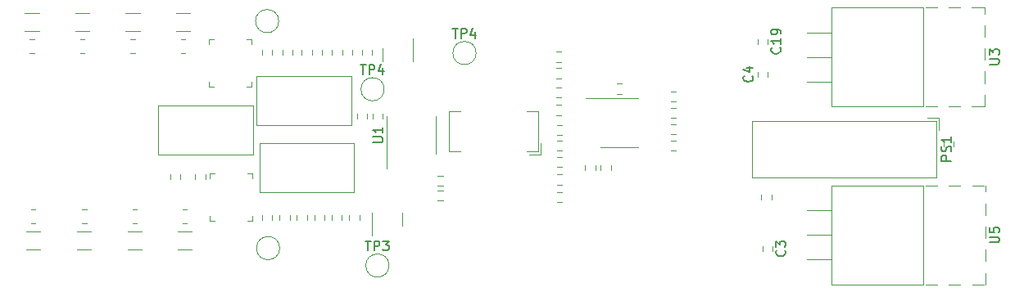
<source format=gbr>
%TF.GenerationSoftware,KiCad,Pcbnew,7.0.10*%
%TF.CreationDate,2024-07-07T01:33:31+02:00*%
%TF.ProjectId,DS100M06V_linear,44533130-304d-4303-9656-5f6c696e6561,rev?*%
%TF.SameCoordinates,Original*%
%TF.FileFunction,Legend,Top*%
%TF.FilePolarity,Positive*%
%FSLAX46Y46*%
G04 Gerber Fmt 4.6, Leading zero omitted, Abs format (unit mm)*
G04 Created by KiCad (PCBNEW 7.0.10) date 2024-07-07 01:33:31*
%MOMM*%
%LPD*%
G01*
G04 APERTURE LIST*
%ADD10C,0.150000*%
%ADD11C,0.120000*%
G04 APERTURE END LIST*
D10*
X192754819Y-116161904D02*
X193564342Y-116161904D01*
X193564342Y-116161904D02*
X193659580Y-116114285D01*
X193659580Y-116114285D02*
X193707200Y-116066666D01*
X193707200Y-116066666D02*
X193754819Y-115971428D01*
X193754819Y-115971428D02*
X193754819Y-115780952D01*
X193754819Y-115780952D02*
X193707200Y-115685714D01*
X193707200Y-115685714D02*
X193659580Y-115638095D01*
X193659580Y-115638095D02*
X193564342Y-115590476D01*
X193564342Y-115590476D02*
X192754819Y-115590476D01*
X192754819Y-115209523D02*
X192754819Y-114590476D01*
X192754819Y-114590476D02*
X193135771Y-114923809D01*
X193135771Y-114923809D02*
X193135771Y-114780952D01*
X193135771Y-114780952D02*
X193183390Y-114685714D01*
X193183390Y-114685714D02*
X193231009Y-114638095D01*
X193231009Y-114638095D02*
X193326247Y-114590476D01*
X193326247Y-114590476D02*
X193564342Y-114590476D01*
X193564342Y-114590476D02*
X193659580Y-114638095D01*
X193659580Y-114638095D02*
X193707200Y-114685714D01*
X193707200Y-114685714D02*
X193754819Y-114780952D01*
X193754819Y-114780952D02*
X193754819Y-115066666D01*
X193754819Y-115066666D02*
X193707200Y-115161904D01*
X193707200Y-115161904D02*
X193659580Y-115209523D01*
X188794819Y-126164285D02*
X187794819Y-126164285D01*
X187794819Y-126164285D02*
X187794819Y-125783333D01*
X187794819Y-125783333D02*
X187842438Y-125688095D01*
X187842438Y-125688095D02*
X187890057Y-125640476D01*
X187890057Y-125640476D02*
X187985295Y-125592857D01*
X187985295Y-125592857D02*
X188128152Y-125592857D01*
X188128152Y-125592857D02*
X188223390Y-125640476D01*
X188223390Y-125640476D02*
X188271009Y-125688095D01*
X188271009Y-125688095D02*
X188318628Y-125783333D01*
X188318628Y-125783333D02*
X188318628Y-126164285D01*
X188747200Y-125211904D02*
X188794819Y-125069047D01*
X188794819Y-125069047D02*
X188794819Y-124830952D01*
X188794819Y-124830952D02*
X188747200Y-124735714D01*
X188747200Y-124735714D02*
X188699580Y-124688095D01*
X188699580Y-124688095D02*
X188604342Y-124640476D01*
X188604342Y-124640476D02*
X188509104Y-124640476D01*
X188509104Y-124640476D02*
X188413866Y-124688095D01*
X188413866Y-124688095D02*
X188366247Y-124735714D01*
X188366247Y-124735714D02*
X188318628Y-124830952D01*
X188318628Y-124830952D02*
X188271009Y-125021428D01*
X188271009Y-125021428D02*
X188223390Y-125116666D01*
X188223390Y-125116666D02*
X188175771Y-125164285D01*
X188175771Y-125164285D02*
X188080533Y-125211904D01*
X188080533Y-125211904D02*
X187985295Y-125211904D01*
X187985295Y-125211904D02*
X187890057Y-125164285D01*
X187890057Y-125164285D02*
X187842438Y-125116666D01*
X187842438Y-125116666D02*
X187794819Y-125021428D01*
X187794819Y-125021428D02*
X187794819Y-124783333D01*
X187794819Y-124783333D02*
X187842438Y-124640476D01*
X188794819Y-123688095D02*
X188794819Y-124259523D01*
X188794819Y-123973809D02*
X187794819Y-123973809D01*
X187794819Y-123973809D02*
X187937676Y-124069047D01*
X187937676Y-124069047D02*
X188032914Y-124164285D01*
X188032914Y-124164285D02*
X188080533Y-124259523D01*
X127738095Y-116206819D02*
X128309523Y-116206819D01*
X128023809Y-117206819D02*
X128023809Y-116206819D01*
X128642857Y-117206819D02*
X128642857Y-116206819D01*
X128642857Y-116206819D02*
X129023809Y-116206819D01*
X129023809Y-116206819D02*
X129119047Y-116254438D01*
X129119047Y-116254438D02*
X129166666Y-116302057D01*
X129166666Y-116302057D02*
X129214285Y-116397295D01*
X129214285Y-116397295D02*
X129214285Y-116540152D01*
X129214285Y-116540152D02*
X129166666Y-116635390D01*
X129166666Y-116635390D02*
X129119047Y-116683009D01*
X129119047Y-116683009D02*
X129023809Y-116730628D01*
X129023809Y-116730628D02*
X128642857Y-116730628D01*
X130071428Y-116540152D02*
X130071428Y-117206819D01*
X129833333Y-116159200D02*
X129595238Y-116873485D01*
X129595238Y-116873485D02*
X130214285Y-116873485D01*
X168229580Y-117366666D02*
X168277200Y-117414285D01*
X168277200Y-117414285D02*
X168324819Y-117557142D01*
X168324819Y-117557142D02*
X168324819Y-117652380D01*
X168324819Y-117652380D02*
X168277200Y-117795237D01*
X168277200Y-117795237D02*
X168181961Y-117890475D01*
X168181961Y-117890475D02*
X168086723Y-117938094D01*
X168086723Y-117938094D02*
X167896247Y-117985713D01*
X167896247Y-117985713D02*
X167753390Y-117985713D01*
X167753390Y-117985713D02*
X167562914Y-117938094D01*
X167562914Y-117938094D02*
X167467676Y-117890475D01*
X167467676Y-117890475D02*
X167372438Y-117795237D01*
X167372438Y-117795237D02*
X167324819Y-117652380D01*
X167324819Y-117652380D02*
X167324819Y-117557142D01*
X167324819Y-117557142D02*
X167372438Y-117414285D01*
X167372438Y-117414285D02*
X167420057Y-117366666D01*
X167658152Y-116509523D02*
X168324819Y-116509523D01*
X167277200Y-116747618D02*
X167991485Y-116985713D01*
X167991485Y-116985713D02*
X167991485Y-116366666D01*
X128238095Y-134456819D02*
X128809523Y-134456819D01*
X128523809Y-135456819D02*
X128523809Y-134456819D01*
X129142857Y-135456819D02*
X129142857Y-134456819D01*
X129142857Y-134456819D02*
X129523809Y-134456819D01*
X129523809Y-134456819D02*
X129619047Y-134504438D01*
X129619047Y-134504438D02*
X129666666Y-134552057D01*
X129666666Y-134552057D02*
X129714285Y-134647295D01*
X129714285Y-134647295D02*
X129714285Y-134790152D01*
X129714285Y-134790152D02*
X129666666Y-134885390D01*
X129666666Y-134885390D02*
X129619047Y-134933009D01*
X129619047Y-134933009D02*
X129523809Y-134980628D01*
X129523809Y-134980628D02*
X129142857Y-134980628D01*
X130047619Y-134456819D02*
X130666666Y-134456819D01*
X130666666Y-134456819D02*
X130333333Y-134837771D01*
X130333333Y-134837771D02*
X130476190Y-134837771D01*
X130476190Y-134837771D02*
X130571428Y-134885390D01*
X130571428Y-134885390D02*
X130619047Y-134933009D01*
X130619047Y-134933009D02*
X130666666Y-135028247D01*
X130666666Y-135028247D02*
X130666666Y-135266342D01*
X130666666Y-135266342D02*
X130619047Y-135361580D01*
X130619047Y-135361580D02*
X130571428Y-135409200D01*
X130571428Y-135409200D02*
X130476190Y-135456819D01*
X130476190Y-135456819D02*
X130190476Y-135456819D01*
X130190476Y-135456819D02*
X130095238Y-135409200D01*
X130095238Y-135409200D02*
X130047619Y-135361580D01*
X171589580Y-135416666D02*
X171637200Y-135464285D01*
X171637200Y-135464285D02*
X171684819Y-135607142D01*
X171684819Y-135607142D02*
X171684819Y-135702380D01*
X171684819Y-135702380D02*
X171637200Y-135845237D01*
X171637200Y-135845237D02*
X171541961Y-135940475D01*
X171541961Y-135940475D02*
X171446723Y-135988094D01*
X171446723Y-135988094D02*
X171256247Y-136035713D01*
X171256247Y-136035713D02*
X171113390Y-136035713D01*
X171113390Y-136035713D02*
X170922914Y-135988094D01*
X170922914Y-135988094D02*
X170827676Y-135940475D01*
X170827676Y-135940475D02*
X170732438Y-135845237D01*
X170732438Y-135845237D02*
X170684819Y-135702380D01*
X170684819Y-135702380D02*
X170684819Y-135607142D01*
X170684819Y-135607142D02*
X170732438Y-135464285D01*
X170732438Y-135464285D02*
X170780057Y-135416666D01*
X170684819Y-135083332D02*
X170684819Y-134464285D01*
X170684819Y-134464285D02*
X171065771Y-134797618D01*
X171065771Y-134797618D02*
X171065771Y-134654761D01*
X171065771Y-134654761D02*
X171113390Y-134559523D01*
X171113390Y-134559523D02*
X171161009Y-134511904D01*
X171161009Y-134511904D02*
X171256247Y-134464285D01*
X171256247Y-134464285D02*
X171494342Y-134464285D01*
X171494342Y-134464285D02*
X171589580Y-134511904D01*
X171589580Y-134511904D02*
X171637200Y-134559523D01*
X171637200Y-134559523D02*
X171684819Y-134654761D01*
X171684819Y-134654761D02*
X171684819Y-134940475D01*
X171684819Y-134940475D02*
X171637200Y-135035713D01*
X171637200Y-135035713D02*
X171589580Y-135083332D01*
X129054819Y-124261904D02*
X129864342Y-124261904D01*
X129864342Y-124261904D02*
X129959580Y-124214285D01*
X129959580Y-124214285D02*
X130007200Y-124166666D01*
X130007200Y-124166666D02*
X130054819Y-124071428D01*
X130054819Y-124071428D02*
X130054819Y-123880952D01*
X130054819Y-123880952D02*
X130007200Y-123785714D01*
X130007200Y-123785714D02*
X129959580Y-123738095D01*
X129959580Y-123738095D02*
X129864342Y-123690476D01*
X129864342Y-123690476D02*
X129054819Y-123690476D01*
X130054819Y-122690476D02*
X130054819Y-123261904D01*
X130054819Y-122976190D02*
X129054819Y-122976190D01*
X129054819Y-122976190D02*
X129197676Y-123071428D01*
X129197676Y-123071428D02*
X129292914Y-123166666D01*
X129292914Y-123166666D02*
X129340533Y-123261904D01*
X137238095Y-112456819D02*
X137809523Y-112456819D01*
X137523809Y-113456819D02*
X137523809Y-112456819D01*
X138142857Y-113456819D02*
X138142857Y-112456819D01*
X138142857Y-112456819D02*
X138523809Y-112456819D01*
X138523809Y-112456819D02*
X138619047Y-112504438D01*
X138619047Y-112504438D02*
X138666666Y-112552057D01*
X138666666Y-112552057D02*
X138714285Y-112647295D01*
X138714285Y-112647295D02*
X138714285Y-112790152D01*
X138714285Y-112790152D02*
X138666666Y-112885390D01*
X138666666Y-112885390D02*
X138619047Y-112933009D01*
X138619047Y-112933009D02*
X138523809Y-112980628D01*
X138523809Y-112980628D02*
X138142857Y-112980628D01*
X139571428Y-112790152D02*
X139571428Y-113456819D01*
X139333333Y-112409200D02*
X139095238Y-113123485D01*
X139095238Y-113123485D02*
X139714285Y-113123485D01*
X192774819Y-134601904D02*
X193584342Y-134601904D01*
X193584342Y-134601904D02*
X193679580Y-134554285D01*
X193679580Y-134554285D02*
X193727200Y-134506666D01*
X193727200Y-134506666D02*
X193774819Y-134411428D01*
X193774819Y-134411428D02*
X193774819Y-134220952D01*
X193774819Y-134220952D02*
X193727200Y-134125714D01*
X193727200Y-134125714D02*
X193679580Y-134078095D01*
X193679580Y-134078095D02*
X193584342Y-134030476D01*
X193584342Y-134030476D02*
X192774819Y-134030476D01*
X192774819Y-133078095D02*
X192774819Y-133554285D01*
X192774819Y-133554285D02*
X193251009Y-133601904D01*
X193251009Y-133601904D02*
X193203390Y-133554285D01*
X193203390Y-133554285D02*
X193155771Y-133459047D01*
X193155771Y-133459047D02*
X193155771Y-133220952D01*
X193155771Y-133220952D02*
X193203390Y-133125714D01*
X193203390Y-133125714D02*
X193251009Y-133078095D01*
X193251009Y-133078095D02*
X193346247Y-133030476D01*
X193346247Y-133030476D02*
X193584342Y-133030476D01*
X193584342Y-133030476D02*
X193679580Y-133078095D01*
X193679580Y-133078095D02*
X193727200Y-133125714D01*
X193727200Y-133125714D02*
X193774819Y-133220952D01*
X193774819Y-133220952D02*
X193774819Y-133459047D01*
X193774819Y-133459047D02*
X193727200Y-133554285D01*
X193727200Y-133554285D02*
X193679580Y-133601904D01*
X171089580Y-114442857D02*
X171137200Y-114490476D01*
X171137200Y-114490476D02*
X171184819Y-114633333D01*
X171184819Y-114633333D02*
X171184819Y-114728571D01*
X171184819Y-114728571D02*
X171137200Y-114871428D01*
X171137200Y-114871428D02*
X171041961Y-114966666D01*
X171041961Y-114966666D02*
X170946723Y-115014285D01*
X170946723Y-115014285D02*
X170756247Y-115061904D01*
X170756247Y-115061904D02*
X170613390Y-115061904D01*
X170613390Y-115061904D02*
X170422914Y-115014285D01*
X170422914Y-115014285D02*
X170327676Y-114966666D01*
X170327676Y-114966666D02*
X170232438Y-114871428D01*
X170232438Y-114871428D02*
X170184819Y-114728571D01*
X170184819Y-114728571D02*
X170184819Y-114633333D01*
X170184819Y-114633333D02*
X170232438Y-114490476D01*
X170232438Y-114490476D02*
X170280057Y-114442857D01*
X171184819Y-113490476D02*
X171184819Y-114061904D01*
X171184819Y-113776190D02*
X170184819Y-113776190D01*
X170184819Y-113776190D02*
X170327676Y-113871428D01*
X170327676Y-113871428D02*
X170422914Y-113966666D01*
X170422914Y-113966666D02*
X170470533Y-114061904D01*
X171184819Y-113014285D02*
X171184819Y-112823809D01*
X171184819Y-112823809D02*
X171137200Y-112728571D01*
X171137200Y-112728571D02*
X171089580Y-112680952D01*
X171089580Y-112680952D02*
X170946723Y-112585714D01*
X170946723Y-112585714D02*
X170756247Y-112538095D01*
X170756247Y-112538095D02*
X170375295Y-112538095D01*
X170375295Y-112538095D02*
X170280057Y-112585714D01*
X170280057Y-112585714D02*
X170232438Y-112633333D01*
X170232438Y-112633333D02*
X170184819Y-112728571D01*
X170184819Y-112728571D02*
X170184819Y-112919047D01*
X170184819Y-112919047D02*
X170232438Y-113014285D01*
X170232438Y-113014285D02*
X170280057Y-113061904D01*
X170280057Y-113061904D02*
X170375295Y-113109523D01*
X170375295Y-113109523D02*
X170613390Y-113109523D01*
X170613390Y-113109523D02*
X170708628Y-113061904D01*
X170708628Y-113061904D02*
X170756247Y-113014285D01*
X170756247Y-113014285D02*
X170803866Y-112919047D01*
X170803866Y-112919047D02*
X170803866Y-112728571D01*
X170803866Y-112728571D02*
X170756247Y-112633333D01*
X170756247Y-112633333D02*
X170708628Y-112585714D01*
X170708628Y-112585714D02*
X170613390Y-112538095D01*
D11*
%TO.C,R14*%
X148554724Y-125122500D02*
X148045276Y-125122500D01*
X148554724Y-124077500D02*
X148045276Y-124077500D01*
%TO.C,R51*%
X127622500Y-131745276D02*
X127622500Y-132254724D01*
X126577500Y-131745276D02*
X126577500Y-132254724D01*
%TO.C,R13*%
X148454724Y-119622500D02*
X147945276Y-119622500D01*
X148454724Y-118577500D02*
X147945276Y-118577500D01*
%TO.C,C39*%
X94127064Y-132635000D02*
X93672936Y-132635000D01*
X94127064Y-131165000D02*
X93672936Y-131165000D01*
%TO.C,C16*%
X112100000Y-118450000D02*
X112600000Y-118450000D01*
X112100000Y-118450000D02*
X112100000Y-117950000D01*
X116500000Y-118450000D02*
X116000000Y-118450000D01*
X116500000Y-118450000D02*
X116500000Y-117950000D01*
X112100000Y-113550000D02*
X112100000Y-114050000D01*
X112100000Y-113550000D02*
X112600000Y-113550000D01*
X116500000Y-113550000D02*
X116500000Y-114050000D01*
X116500000Y-113550000D02*
X116000000Y-113550000D01*
%TO.C,U4*%
X154500000Y-119640000D02*
X151050000Y-119640000D01*
X154500000Y-119640000D02*
X156450000Y-119640000D01*
X154500000Y-124760000D02*
X152550000Y-124760000D01*
X154500000Y-124760000D02*
X156450000Y-124760000D01*
%TO.C,U3*%
X176410000Y-120520000D02*
X185900000Y-120520000D01*
X176410000Y-120520000D02*
X176410000Y-110280000D01*
X185900000Y-120520000D02*
X185900000Y-110280000D01*
X186140000Y-120520000D02*
X187340000Y-120520000D01*
X188540000Y-120520000D02*
X189740000Y-120520000D01*
X190940000Y-120520000D02*
X192140000Y-120520000D01*
X192300000Y-120520000D02*
X192300000Y-119320000D01*
X192300000Y-118121000D02*
X192300000Y-116920000D01*
X173870000Y-117940000D02*
X176410000Y-117940000D01*
X192300000Y-115720000D02*
X192300000Y-114520000D01*
X173870000Y-115400000D02*
X176410000Y-115400000D01*
X192300000Y-113320000D02*
X192300000Y-112120000D01*
X173870000Y-112860000D02*
X176410000Y-112860000D01*
X192300000Y-110920000D02*
X192300000Y-110280000D01*
X176410000Y-110280000D02*
X185900000Y-110280000D01*
X186140000Y-110280000D02*
X187340000Y-110280000D01*
X188540000Y-110280000D02*
X189740000Y-110280000D01*
X190940000Y-110280000D02*
X192140000Y-110280000D01*
%TO.C,C34*%
X127377500Y-121754724D02*
X127377500Y-121245276D01*
X128422500Y-121754724D02*
X128422500Y-121245276D01*
%TO.C,RV2*%
X127075000Y-129430000D02*
X127075000Y-124360000D01*
X127075000Y-129430000D02*
X117305000Y-129430000D01*
X127075000Y-124360000D02*
X117305000Y-124360000D01*
X117305000Y-129430000D02*
X117305000Y-124360000D01*
%TO.C,R35*%
X159845276Y-124077500D02*
X160354724Y-124077500D01*
X159845276Y-125122500D02*
X160354724Y-125122500D01*
%TO.C,C5*%
X124022500Y-131745276D02*
X124022500Y-132254724D01*
X122977500Y-131745276D02*
X122977500Y-132254724D01*
%TO.C,R19*%
X148454724Y-117622500D02*
X147945276Y-117622500D01*
X148454724Y-116577500D02*
X147945276Y-116577500D01*
%TO.C,C24*%
X122222500Y-131745276D02*
X122222500Y-132254724D01*
X121177500Y-131745276D02*
X121177500Y-132254724D01*
%TO.C,PS1*%
X187550000Y-121740000D02*
X186300000Y-121740000D01*
X187250000Y-122040000D02*
X168230000Y-122040000D01*
X168230000Y-122040000D02*
X168230000Y-127850000D01*
X187550000Y-122990000D02*
X187550000Y-121740000D01*
X187250000Y-127850000D02*
X187250000Y-122040000D01*
X168230000Y-127850000D02*
X187250000Y-127850000D01*
%TO.C,TP4*%
X130200000Y-118750000D02*
G75*
G03*
X127800000Y-118750000I-1200000J0D01*
G01*
X127800000Y-118750000D02*
G75*
G03*
X130200000Y-118750000I1200000J0D01*
G01*
%TO.C,TP2*%
X119300000Y-111700000D02*
G75*
G03*
X116900000Y-111700000I-1200000J0D01*
G01*
X116900000Y-111700000D02*
G75*
G03*
X119300000Y-111700000I1200000J0D01*
G01*
%TO.C,C18*%
X136254724Y-130272500D02*
X135745276Y-130272500D01*
X136254724Y-129227500D02*
X135745276Y-129227500D01*
%TO.C,C37*%
X160354724Y-121722500D02*
X159845276Y-121722500D01*
X160354724Y-120677500D02*
X159845276Y-120677500D01*
%TO.C,R11*%
X108672936Y-110890000D02*
X110127064Y-110890000D01*
X108672936Y-112710000D02*
X110127064Y-112710000D01*
%TO.C,C4*%
X168777500Y-117454724D02*
X168777500Y-116945276D01*
X169822500Y-117454724D02*
X169822500Y-116945276D01*
%TO.C,R8*%
X93072936Y-110890000D02*
X94527064Y-110890000D01*
X93072936Y-112710000D02*
X94527064Y-112710000D01*
%TO.C,C6*%
X120422500Y-131745276D02*
X120422500Y-132254724D01*
X119377500Y-131745276D02*
X119377500Y-132254724D01*
%TO.C,D2*%
X128940000Y-132200000D02*
X128940000Y-133875000D01*
X128940000Y-132200000D02*
X128940000Y-131550000D01*
X132060000Y-132200000D02*
X132060000Y-132850000D01*
X132060000Y-132200000D02*
X132060000Y-131550000D01*
%TO.C,R21*%
X148045276Y-125777500D02*
X148554724Y-125777500D01*
X148045276Y-126822500D02*
X148554724Y-126822500D01*
%TO.C,D3*%
X133160000Y-115200000D02*
X133160000Y-113525000D01*
X133160000Y-115200000D02*
X133160000Y-115850000D01*
X130040000Y-115200000D02*
X130040000Y-114550000D01*
X130040000Y-115200000D02*
X130040000Y-115850000D01*
%TO.C,C15*%
X117577500Y-115154724D02*
X117577500Y-114645276D01*
X118622500Y-115154724D02*
X118622500Y-114645276D01*
%TO.C,C2*%
X169177500Y-130167224D02*
X169177500Y-129657776D01*
X170222500Y-130167224D02*
X170222500Y-129657776D01*
%TO.C,R18*%
X154245276Y-118177500D02*
X154754724Y-118177500D01*
X154245276Y-119222500D02*
X154754724Y-119222500D01*
%TO.C,C42*%
X109827064Y-132635000D02*
X109372936Y-132635000D01*
X109827064Y-131165000D02*
X109372936Y-131165000D01*
%TO.C,TP3*%
X130700000Y-137000000D02*
G75*
G03*
X128300000Y-137000000I-1200000J0D01*
G01*
X128300000Y-137000000D02*
G75*
G03*
X130700000Y-137000000I1200000J0D01*
G01*
%TO.C,R9*%
X98272936Y-110890000D02*
X99727064Y-110890000D01*
X98272936Y-112710000D02*
X99727064Y-112710000D01*
%TO.C,C3*%
X170322500Y-134995276D02*
X170322500Y-135504724D01*
X169277500Y-134995276D02*
X169277500Y-135504724D01*
%TO.C,R12*%
X125877500Y-115154724D02*
X125877500Y-114645276D01*
X126922500Y-115154724D02*
X126922500Y-114645276D01*
%TO.C,C21*%
X160354724Y-120022500D02*
X159845276Y-120022500D01*
X160354724Y-118977500D02*
X159845276Y-118977500D01*
%TO.C,R1*%
X98472936Y-133490000D02*
X99927064Y-133490000D01*
X98472936Y-135310000D02*
X99927064Y-135310000D01*
%TO.C,R16*%
X148045276Y-122477500D02*
X148554724Y-122477500D01*
X148045276Y-123522500D02*
X148554724Y-123522500D01*
%TO.C,C10*%
X99227064Y-115035000D02*
X98772936Y-115035000D01*
X99227064Y-113565000D02*
X98772936Y-113565000D01*
%TO.C,SW1*%
X146407500Y-125500000D02*
X146407500Y-124300000D01*
X146107500Y-125200000D02*
X146107500Y-121000000D01*
X146107500Y-121000000D02*
X144907500Y-121000000D01*
X145207500Y-125500000D02*
X146407500Y-125500000D01*
X144907500Y-125200000D02*
X146107500Y-125200000D01*
X138107500Y-125200000D02*
X136907500Y-125200000D01*
X136907500Y-125200000D02*
X136907500Y-121000000D01*
X136907500Y-121000000D02*
X138107500Y-121000000D01*
%TO.C,C23*%
X123777500Y-115154724D02*
X123777500Y-114645276D01*
X124822500Y-115154724D02*
X124822500Y-114645276D01*
%TO.C,R2*%
X103672936Y-133490000D02*
X105127064Y-133490000D01*
X103672936Y-135310000D02*
X105127064Y-135310000D01*
%TO.C,RV3*%
X126775000Y-122430000D02*
X126775000Y-117360000D01*
X126775000Y-122430000D02*
X117005000Y-122430000D01*
X126775000Y-117360000D02*
X117005000Y-117360000D01*
X117005000Y-122430000D02*
X117005000Y-117360000D01*
%TO.C,TP1*%
X119400000Y-135200000D02*
G75*
G03*
X117000000Y-135200000I-1200000J0D01*
G01*
X117000000Y-135200000D02*
G75*
G03*
X119400000Y-135200000I1200000J0D01*
G01*
%TO.C,C14*%
X119677500Y-115154724D02*
X119677500Y-114645276D01*
X120722500Y-115154724D02*
X120722500Y-114645276D01*
%TO.C,C1*%
X188027500Y-124654724D02*
X188027500Y-124145276D01*
X189072500Y-124654724D02*
X189072500Y-124145276D01*
%TO.C,R20*%
X148045276Y-127577500D02*
X148554724Y-127577500D01*
X148045276Y-128622500D02*
X148554724Y-128622500D01*
%TO.C,C8*%
X112200000Y-132350000D02*
X112700000Y-132350000D01*
X112200000Y-132350000D02*
X112200000Y-131850000D01*
X116600000Y-132350000D02*
X116100000Y-132350000D01*
X116600000Y-132350000D02*
X116600000Y-131850000D01*
X112200000Y-127450000D02*
X112200000Y-127950000D01*
X112200000Y-127450000D02*
X112700000Y-127450000D01*
X116600000Y-127450000D02*
X116600000Y-127950000D01*
X116600000Y-127450000D02*
X116100000Y-127450000D01*
%TO.C,R17*%
X160354724Y-123422500D02*
X159845276Y-123422500D01*
X160354724Y-122377500D02*
X159845276Y-122377500D01*
%TO.C,R6*%
X148454724Y-115922500D02*
X147945276Y-115922500D01*
X148454724Y-114877500D02*
X147945276Y-114877500D01*
%TO.C,U1*%
X130440000Y-123500000D02*
X130440000Y-126950000D01*
X130440000Y-123500000D02*
X130440000Y-121550000D01*
X135560000Y-123500000D02*
X135560000Y-125450000D01*
X135560000Y-123500000D02*
X135560000Y-121550000D01*
%TO.C,C17*%
X128977500Y-121754724D02*
X128977500Y-121245276D01*
X130022500Y-121754724D02*
X130022500Y-121245276D01*
%TO.C,C7*%
X118622500Y-131745276D02*
X118622500Y-132254724D01*
X117577500Y-131745276D02*
X117577500Y-132254724D01*
%TO.C,C41*%
X104627064Y-132635000D02*
X104172936Y-132635000D01*
X104627064Y-131165000D02*
X104172936Y-131165000D01*
%TO.C,R52*%
X127877500Y-115154724D02*
X127877500Y-114645276D01*
X128922500Y-115154724D02*
X128922500Y-114645276D01*
%TO.C,RV1*%
X116625000Y-125530000D02*
X116625000Y-120460000D01*
X116625000Y-125530000D02*
X106855000Y-125530000D01*
X116625000Y-120460000D02*
X106855000Y-120460000D01*
X106855000Y-125530000D02*
X106855000Y-120460000D01*
%TO.C,R3*%
X108872936Y-133490000D02*
X110327064Y-133490000D01*
X108872936Y-135310000D02*
X110327064Y-135310000D01*
%TO.C,R7*%
X108077500Y-128054724D02*
X108077500Y-127545276D01*
X109122500Y-128054724D02*
X109122500Y-127545276D01*
%TO.C,C35*%
X136254724Y-128772500D02*
X135745276Y-128772500D01*
X136254724Y-127727500D02*
X135745276Y-127727500D01*
%TO.C,C11*%
X94027064Y-115035000D02*
X93572936Y-115035000D01*
X94027064Y-113565000D02*
X93572936Y-113565000D01*
%TO.C,R15*%
X148454724Y-121422500D02*
X147945276Y-121422500D01*
X148454724Y-120377500D02*
X147945276Y-120377500D01*
%TO.C,R4*%
X93172936Y-133490000D02*
X94627064Y-133490000D01*
X93172936Y-135310000D02*
X94627064Y-135310000D01*
%TO.C,C12*%
X109627064Y-115035000D02*
X109172936Y-115035000D01*
X109627064Y-113565000D02*
X109172936Y-113565000D01*
%TO.C,C22*%
X152577500Y-127154724D02*
X152577500Y-126645276D01*
X153622500Y-127154724D02*
X153622500Y-126645276D01*
%TO.C,R10*%
X103472936Y-110890000D02*
X104927064Y-110890000D01*
X103472936Y-112710000D02*
X104927064Y-112710000D01*
%TO.C,C13*%
X121677500Y-115154724D02*
X121677500Y-114645276D01*
X122722500Y-115154724D02*
X122722500Y-114645276D01*
%TO.C,R22*%
X148554724Y-130422500D02*
X148045276Y-130422500D01*
X148554724Y-129377500D02*
X148045276Y-129377500D01*
%TO.C,R5*%
X125822500Y-131745276D02*
X125822500Y-132254724D01*
X124777500Y-131745276D02*
X124777500Y-132254724D01*
%TO.C,C32*%
X110677500Y-128054724D02*
X110677500Y-127545276D01*
X111722500Y-128054724D02*
X111722500Y-127545276D01*
%TO.C,C38*%
X150977500Y-127154724D02*
X150977500Y-126645276D01*
X152022500Y-127154724D02*
X152022500Y-126645276D01*
%TO.C,C9*%
X104427064Y-115035000D02*
X103972936Y-115035000D01*
X104427064Y-113565000D02*
X103972936Y-113565000D01*
%TO.C,TP4*%
X139700000Y-115000000D02*
G75*
G03*
X137300000Y-115000000I-1200000J0D01*
G01*
X137300000Y-115000000D02*
G75*
G03*
X139700000Y-115000000I1200000J0D01*
G01*
%TO.C,U5*%
X176430000Y-138960000D02*
X185920000Y-138960000D01*
X176430000Y-138960000D02*
X176430000Y-128720000D01*
X185920000Y-138960000D02*
X185920000Y-128720000D01*
X186160000Y-138960000D02*
X187360000Y-138960000D01*
X188560000Y-138960000D02*
X189760000Y-138960000D01*
X190960000Y-138960000D02*
X192160000Y-138960000D01*
X192320000Y-138960000D02*
X192320000Y-137760000D01*
X192320000Y-136561000D02*
X192320000Y-135360000D01*
X173890000Y-136380000D02*
X176430000Y-136380000D01*
X192320000Y-134160000D02*
X192320000Y-132960000D01*
X173890000Y-133840000D02*
X176430000Y-133840000D01*
X192320000Y-131760000D02*
X192320000Y-130560000D01*
X173890000Y-131300000D02*
X176430000Y-131300000D01*
X192320000Y-129360000D02*
X192320000Y-128720000D01*
X176430000Y-128720000D02*
X185920000Y-128720000D01*
X186160000Y-128720000D02*
X187360000Y-128720000D01*
X188560000Y-128720000D02*
X189760000Y-128720000D01*
X190960000Y-128720000D02*
X192160000Y-128720000D01*
%TO.C,C40*%
X99427064Y-132635000D02*
X98972936Y-132635000D01*
X99427064Y-131165000D02*
X98972936Y-131165000D01*
%TO.C,C19*%
X169822500Y-113545276D02*
X169822500Y-114054724D01*
X168777500Y-113545276D02*
X168777500Y-114054724D01*
%TD*%
M02*

</source>
